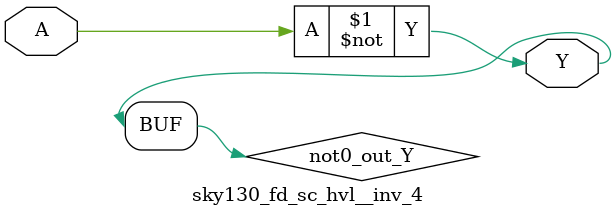
<source format=v>
/*
 * Copyright 2020 The SkyWater PDK Authors
 *
 * Licensed under the Apache License, Version 2.0 (the "License");
 * you may not use this file except in compliance with the License.
 * You may obtain a copy of the License at
 *
 *     https://www.apache.org/licenses/LICENSE-2.0
 *
 * Unless required by applicable law or agreed to in writing, software
 * distributed under the License is distributed on an "AS IS" BASIS,
 * WITHOUT WARRANTIES OR CONDITIONS OF ANY KIND, either express or implied.
 * See the License for the specific language governing permissions and
 * limitations under the License.
 *
 * SPDX-License-Identifier: Apache-2.0
*/


`ifndef SKY130_FD_SC_HVL__INV_4_FUNCTIONAL_V
`define SKY130_FD_SC_HVL__INV_4_FUNCTIONAL_V

/**
 * inv: Inverter.
 *
 * Verilog simulation functional model.
 */

`timescale 1ns / 1ps
`default_nettype none

`celldefine
module sky130_fd_sc_hvl__inv_4 (
    Y,
    A
);

    // Module ports
    output Y;
    input  A;

    // Local signals
    wire not0_out_Y;

    //  Name  Output      Other arguments
    not not0 (not0_out_Y, A              );
    buf buf0 (Y         , not0_out_Y     );

endmodule
`endcelldefine

`default_nettype wire
`endif  // SKY130_FD_SC_HVL__INV_4_FUNCTIONAL_V

</source>
